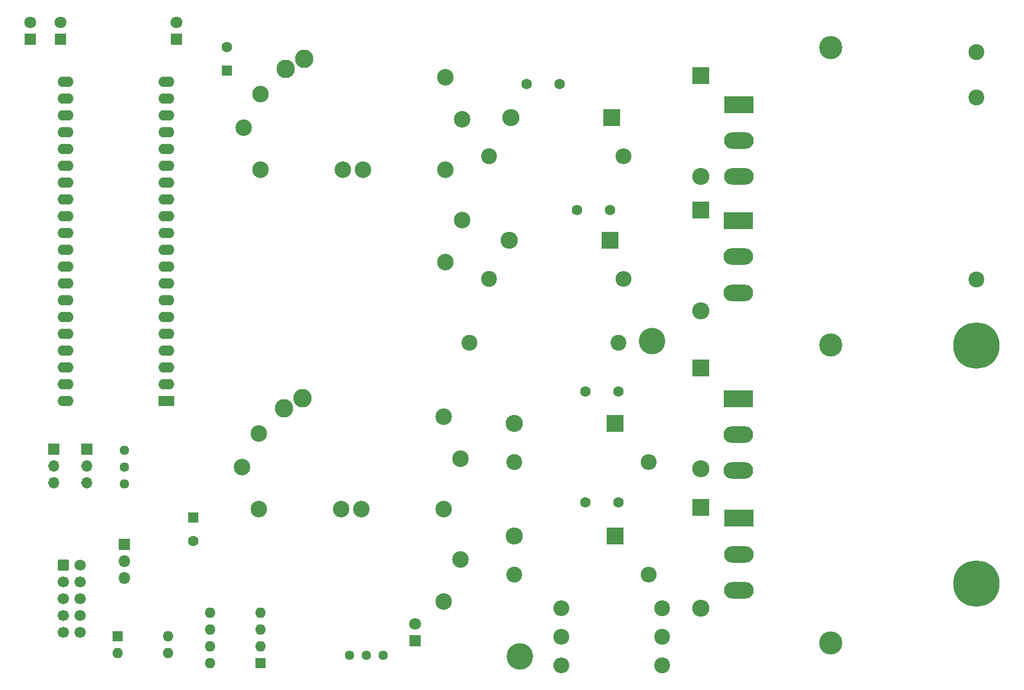
<source format=gbr>
%TF.GenerationSoftware,KiCad,Pcbnew,7.0.2*%
%TF.CreationDate,2023-05-30T11:20:00+02:00*%
%TF.ProjectId,Module_1,4d6f6475-6c65-45f3-912e-6b696361645f,rev?*%
%TF.SameCoordinates,Original*%
%TF.FileFunction,Soldermask,Top*%
%TF.FilePolarity,Negative*%
%FSLAX46Y46*%
G04 Gerber Fmt 4.6, Leading zero omitted, Abs format (unit mm)*
G04 Created by KiCad (PCBNEW 7.0.2) date 2023-05-30 11:20:00*
%MOMM*%
%LPD*%
G01*
G04 APERTURE LIST*
G04 Aperture macros list*
%AMRoundRect*
0 Rectangle with rounded corners*
0 $1 Rounding radius*
0 $2 $3 $4 $5 $6 $7 $8 $9 X,Y pos of 4 corners*
0 Add a 4 corners polygon primitive as box body*
4,1,4,$2,$3,$4,$5,$6,$7,$8,$9,$2,$3,0*
0 Add four circle primitives for the rounded corners*
1,1,$1+$1,$2,$3*
1,1,$1+$1,$4,$5*
1,1,$1+$1,$6,$7*
1,1,$1+$1,$8,$9*
0 Add four rect primitives between the rounded corners*
20,1,$1+$1,$2,$3,$4,$5,0*
20,1,$1+$1,$4,$5,$6,$7,0*
20,1,$1+$1,$6,$7,$8,$9,0*
20,1,$1+$1,$8,$9,$2,$3,0*%
G04 Aperture macros list end*
%ADD10C,2.800000*%
%ADD11C,2.400000*%
%ADD12O,2.400000X2.400000*%
%ADD13R,2.600000X2.600000*%
%ADD14O,2.600000X2.600000*%
%ADD15R,1.600000X1.600000*%
%ADD16C,1.600000*%
%ADD17C,3.500000*%
%ADD18RoundRect,0.250000X-0.600000X-0.600000X0.600000X-0.600000X0.600000X0.600000X-0.600000X0.600000X0*%
%ADD19C,1.700000*%
%ADD20R,1.800000X1.800000*%
%ADD21C,1.800000*%
%ADD22C,4.000000*%
%ADD23R,1.700000X1.700000*%
%ADD24O,1.700000X1.700000*%
%ADD25O,1.600000X1.600000*%
%ADD26C,1.440000*%
%ADD27O,1.800000X1.800000*%
%ADD28C,7.000000*%
%ADD29R,2.400000X1.600000*%
%ADD30O,2.400000X1.600000*%
%ADD31C,2.500000*%
%ADD32R,4.500000X2.500000*%
%ADD33O,4.500000X2.500000*%
G04 APERTURE END LIST*
D10*
%TO.C,*%
X104140000Y-93980000D03*
%TD*%
%TO.C,*%
X104394000Y-42672000D03*
%TD*%
D11*
%TO.C,R37*%
X158496000Y-134366000D03*
D12*
X143256000Y-134366000D03*
%TD*%
D13*
%TO.C,D18*%
X164338000Y-89408000D03*
D14*
X164338000Y-104648000D03*
%TD*%
D11*
%TO.C,C27*%
X206000000Y-48500000D03*
X206000000Y-76000000D03*
%TD*%
D15*
%TO.C,C3*%
X87630000Y-112012349D03*
D16*
X87630000Y-115512349D03*
%TD*%
D17*
%TO.C,H3*%
X184000000Y-40900000D03*
%TD*%
D18*
%TO.C,J1*%
X67985000Y-119160000D03*
D19*
X70525000Y-119160000D03*
X67985000Y-121700000D03*
X70525000Y-121700000D03*
X67985000Y-124240000D03*
X70525000Y-124240000D03*
X67985000Y-126780000D03*
X70525000Y-126780000D03*
X67985000Y-129320000D03*
X70525000Y-129320000D03*
%TD*%
D13*
%TO.C,D16*%
X164338000Y-45212000D03*
D14*
X164338000Y-60452000D03*
%TD*%
D20*
%TO.C,D2*%
X85090000Y-39629000D03*
D21*
X85090000Y-37089000D03*
%TD*%
D11*
%TO.C,R39*%
X158496000Y-130048000D03*
D12*
X143256000Y-130048000D03*
%TD*%
D22*
%TO.C,J3*%
X137000000Y-133000000D03*
%TD*%
D23*
%TO.C,JP1*%
X66525000Y-101635000D03*
D24*
X66525000Y-104175000D03*
X66525000Y-106715000D03*
%TD*%
D16*
%TO.C,C25*%
X151852000Y-92964000D03*
X146852000Y-92964000D03*
%TD*%
D11*
%TO.C,R41*%
X132334000Y-75946000D03*
D12*
X152654000Y-75946000D03*
%TD*%
D17*
%TO.C,H1*%
X184000000Y-130900000D03*
%TD*%
D13*
%TO.C,D19*%
X164338000Y-110490000D03*
D14*
X164338000Y-125730000D03*
%TD*%
D13*
%TO.C,D17*%
X164338000Y-65532000D03*
D14*
X164338000Y-80772000D03*
%TD*%
D15*
%TO.C,U6*%
X97780000Y-133975000D03*
D25*
X97780000Y-131435000D03*
X97780000Y-128895000D03*
X97780000Y-126355000D03*
X90160000Y-126355000D03*
X90160000Y-128895000D03*
X90160000Y-131435000D03*
X90160000Y-133975000D03*
%TD*%
D11*
%TO.C,R43*%
X136144000Y-120650000D03*
D12*
X156464000Y-120650000D03*
%TD*%
D26*
%TO.C,RV1*%
X77216000Y-101844000D03*
X77216000Y-104384000D03*
X77216000Y-106924000D03*
%TD*%
D11*
%TO.C,C27_2*%
X205994000Y-41656000D03*
%TD*%
D15*
%TO.C,C6*%
X92710000Y-44394000D03*
D16*
X92710000Y-40894000D03*
%TD*%
D13*
%TO.C,D23*%
X151384000Y-114808000D03*
D14*
X136144000Y-114808000D03*
%TD*%
D23*
%TO.C,JP2*%
X71525000Y-101635000D03*
D24*
X71525000Y-104175000D03*
X71525000Y-106715000D03*
%TD*%
D20*
%TO.C,D7*%
X121158000Y-130561000D03*
D21*
X121158000Y-128021000D03*
%TD*%
D11*
%TO.C,R38*%
X158496000Y-125730000D03*
D12*
X143256000Y-125730000D03*
%TD*%
D20*
%TO.C,D3*%
X67564000Y-39629000D03*
D21*
X67564000Y-37089000D03*
%TD*%
D20*
%TO.C,U2*%
X77216000Y-116078000D03*
D27*
X77216000Y-118618000D03*
X77216000Y-121158000D03*
%TD*%
D16*
%TO.C,C23*%
X142962000Y-46482000D03*
X137962000Y-46482000D03*
%TD*%
D28*
%TO.C,J5*%
X206000000Y-122000000D03*
%TD*%
%TO.C,J4*%
X206000000Y-86000000D03*
%TD*%
D20*
%TO.C,D4*%
X62992000Y-39629000D03*
D21*
X62992000Y-37089000D03*
%TD*%
D11*
%TO.C,R40*%
X132334000Y-57404000D03*
D12*
X152654000Y-57404000D03*
%TD*%
D13*
%TO.C,D21*%
X150622000Y-70104000D03*
D14*
X135382000Y-70104000D03*
%TD*%
D11*
%TO.C,C28*%
X151892000Y-85598000D03*
X129392000Y-85598000D03*
%TD*%
D29*
%TO.C,M1*%
X83525000Y-94340000D03*
D30*
X83525000Y-91800000D03*
X83525000Y-89260000D03*
X83525000Y-86720000D03*
X83525000Y-84180000D03*
X83525000Y-81640000D03*
X83525000Y-79100000D03*
X83525000Y-76560000D03*
X83525000Y-74020000D03*
X83525000Y-71480000D03*
X83525000Y-68940000D03*
X83525000Y-66400000D03*
X83525000Y-63860000D03*
X83525000Y-61320000D03*
X83525000Y-58780000D03*
X83525000Y-56240000D03*
X83525000Y-53700000D03*
X83525000Y-51160000D03*
X83525000Y-48620000D03*
X83525000Y-46080000D03*
X68285000Y-46080000D03*
X68285000Y-48620000D03*
X68285000Y-51160000D03*
X68285000Y-53700000D03*
X68285000Y-56240000D03*
X68285000Y-58780000D03*
X68285000Y-61320000D03*
X68285000Y-63860000D03*
X68285000Y-66400000D03*
X68285000Y-68940000D03*
X68285000Y-71480000D03*
X68285000Y-74020000D03*
X68285000Y-76560000D03*
X68285000Y-79100000D03*
X68285000Y-81640000D03*
X68285000Y-84180000D03*
X68285000Y-86720000D03*
X68285000Y-89260000D03*
X68285000Y-91800000D03*
X68285000Y-94340000D03*
%TD*%
D16*
%TO.C,C24*%
X150582000Y-65532000D03*
X145582000Y-65532000D03*
%TD*%
D15*
%TO.C,U1*%
X76210000Y-129965000D03*
D25*
X76210000Y-132505000D03*
X83830000Y-132505000D03*
X83830000Y-129965000D03*
%TD*%
D13*
%TO.C,D22*%
X151384000Y-97790000D03*
D14*
X136144000Y-97790000D03*
%TD*%
D13*
%TO.C,D20*%
X150876000Y-51562000D03*
D14*
X135636000Y-51562000D03*
%TD*%
D11*
%TO.C,R42*%
X136144000Y-103632000D03*
D12*
X156464000Y-103632000D03*
%TD*%
D31*
%TO.C,T2*%
X97490000Y-99316000D03*
D10*
X101300000Y-95506000D03*
D31*
X94950000Y-104396000D03*
X125430000Y-96776000D03*
X127970000Y-103126000D03*
X127970000Y-118366000D03*
X125430000Y-124716000D03*
X112984000Y-110746000D03*
X109936000Y-110746000D03*
X97490000Y-110746000D03*
X125430000Y-110746000D03*
%TD*%
D16*
%TO.C,C26*%
X151852000Y-109728000D03*
X146852000Y-109728000D03*
%TD*%
D17*
%TO.C,H2*%
X184000000Y-85900000D03*
%TD*%
D31*
%TO.C,T1*%
X97790000Y-48006000D03*
D10*
X101600000Y-44196000D03*
D31*
X95250000Y-53086000D03*
X125730000Y-45466000D03*
X128270000Y-51816000D03*
X128270000Y-67056000D03*
X125730000Y-73406000D03*
X113284000Y-59436000D03*
X110236000Y-59436000D03*
X97790000Y-59436000D03*
X125730000Y-59436000D03*
%TD*%
D22*
%TO.C,J2*%
X156972000Y-85344000D03*
%TD*%
D26*
%TO.C,RV2*%
X111252000Y-132842000D03*
X113792000Y-132842000D03*
X116332000Y-132842000D03*
%TD*%
D32*
%TO.C,Q5*%
X170110000Y-49550000D03*
D33*
X170110000Y-55000000D03*
X170110000Y-60450000D03*
%TD*%
D32*
%TO.C,Q7*%
X170000000Y-94000000D03*
D33*
X170000000Y-99450000D03*
X170000000Y-104900000D03*
%TD*%
D32*
%TO.C,Q6*%
X170000000Y-67100000D03*
D33*
X170000000Y-72550000D03*
X170000000Y-78000000D03*
%TD*%
D32*
%TO.C,Q8*%
X170110000Y-112100000D03*
D33*
X170110000Y-117550000D03*
X170110000Y-123000000D03*
%TD*%
M02*

</source>
